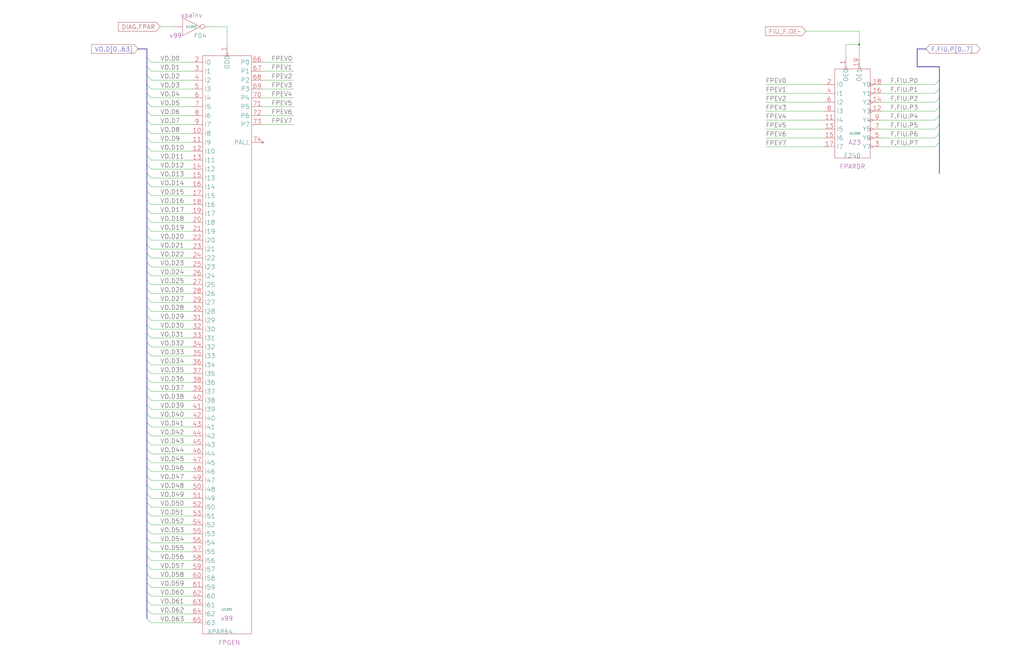
<source format=kicad_sch>
(kicad_sch (version 20220126) (generator eeschema)
  (paper "User" 584.2 378.46)
  (title_block (title "FIU BUS PARITY GENERATOR") (date "20-MAR-90") (rev "1.0") (comment 1 "FIU") (comment 2 "232-003065") (comment 3 "S400") (comment 4 "RELEASED"))
  (lib_symbols
    (symbol "r1000:F04" (pin_numbers hide) (pin_names hide)
      (property "Reference" "U" (at 0 0 0))
      (property "Value" "F04" (at 1.27 -5.08 0))
      (property "Location" "___" (at -12.7 -5.08 0))
      (property "Name" "______" (at 0 5.08 0))
      (symbol "F04_0_1"
        (polyline (pts (xy -7.62 0) (xy -5.08 0)) (stroke (width 0.1524)))
        (polyline (pts (xy -5.08 5.08) (xy -5.08 -5.08)) (stroke (width 0.1524)))
        (polyline (pts (xy 5.08 0) (xy -5.08 -5.08)) (stroke (width 0.1524)))
        (polyline (pts (xy 5.08 0) (xy -5.08 5.08)) (stroke (width 0.1524)))
        (circle (center 6.35 0) (radius 1.27) (stroke (width 0.1524)))
      )
      (symbol "F04_1_1"
        (pin input line (at -10.16 0 0) (length 2.54) (name "D0") (number "1"))
        (pin output line (at 10.16 0 180) (length 2.54) (name "Q") (number "2"))
      )
    )
    (symbol "r1000:F240" (pin_names (offset 1.016))
      (property "Reference" "U" (at 2.54 5.08 0))
      (property "Value" "F240" (at -3.81 -7.62 0))
      (property "Location" "___" (at -1.27 0 0))
      (property "Name" "______" (at 1.27 -15.24 0))
      (symbol "F240_1_1"
        (rectangle (start -8.89 41.91) (end 11.43 -8.89))
        (circle (center -2.54 42.545) (radius 0.635))
        (circle (center 5.08 42.545) (radius 0.635))
        (circle (center 12.065 -2.54) (radius 0.635))
        (circle (center 12.065 2.54) (radius 0.635))
        (circle (center 12.065 7.62) (radius 0.635))
        (circle (center 12.065 12.7) (radius 0.635))
        (circle (center 12.065 17.78) (radius 0.635))
        (circle (center 12.065 22.86) (radius 0.635))
        (circle (center 12.065 27.94) (radius 0.635))
        (circle (center 12.065 33.02) (radius 0.635))
        (pin input line (at -2.54 48.26 270) (length 5.08) (name "OE0") (number "1"))
        (pin input line (at -15.24 12.7 0) (length 6.35) (name "I4") (number "11"))
        (pin tri_state line (at 17.78 17.78 180) (length 5.08) (name "Y3") (number "12"))
        (pin input line (at -15.24 7.62 0) (length 6.35) (name "I5") (number "13"))
        (pin tri_state line (at 17.78 22.86 180) (length 5.08) (name "Y2") (number "14"))
        (pin input line (at -15.24 2.54 0) (length 6.35) (name "I6") (number "15"))
        (pin tri_state line (at 17.78 27.94 180) (length 5.08) (name "Y1") (number "16"))
        (pin input line (at -15.24 -2.54 0) (length 6.35) (name "I7") (number "17"))
        (pin tri_state line (at 17.78 33.02 180) (length 5.08) (name "Y0") (number "18"))
        (pin input line (at 5.08 48.26 270) (length 5.08) (name "OE1") (number "19"))
        (pin input line (at -15.24 33.02 0) (length 6.35) (name "I0") (number "2"))
        (pin tri_state line (at 17.78 -2.54 180) (length 5.08) (name "Y7") (number "3"))
        (pin input line (at -15.24 27.94 0) (length 6.35) (name "I1") (number "4"))
        (pin tri_state line (at 17.78 2.54 180) (length 5.08) (name "Y6") (number "5"))
        (pin input line (at -15.24 22.86 0) (length 6.35) (name "I2") (number "6"))
        (pin tri_state line (at 17.78 7.62 180) (length 5.08) (name "Y5") (number "7"))
        (pin input line (at -15.24 17.78 0) (length 6.35) (name "I3") (number "8"))
        (pin tri_state line (at 17.78 12.7 180) (length 5.08) (name "Y4") (number "9"))
      )
    )
    (symbol "r1000:XPAR64" (pin_names (offset 1.016))
      (property "Reference" "U" (at 2.54 5.08 0))
      (property "Value" "XPAR64" (at -8.89 -7.62 0))
      (property "Location" "___" (at -1.27 0 0))
      (property "Name" "______" (at 3.81 -15.24 0))
      (symbol "XPAR64_1_1"
        (rectangle (start -11.43 321.31) (end 16.51 -8.89))
        (circle (center 2.54 321.945) (radius 0.635))
        (pin input line (at 2.54 327.66 270) (length 5.08) (name "ODD") (number "1"))
        (pin input line (at -17.78 276.86 0) (length 6.35) (name "I8") (number "10"))
        (pin input line (at -17.78 271.78 0) (length 6.35) (name "I9") (number "11"))
        (pin input line (at -17.78 266.7 0) (length 6.35) (name "I10") (number "12"))
        (pin input line (at -17.78 261.62 0) (length 6.35) (name "I11") (number "13"))
        (pin input line (at -17.78 256.54 0) (length 6.35) (name "I12") (number "14"))
        (pin input line (at -17.78 251.46 0) (length 6.35) (name "I13") (number "15"))
        (pin input line (at -17.78 246.38 0) (length 6.35) (name "I14") (number "16"))
        (pin input line (at -17.78 241.3 0) (length 6.35) (name "I15") (number "17"))
        (pin input line (at -17.78 236.22 0) (length 6.35) (name "I16") (number "18"))
        (pin input line (at -17.78 231.14 0) (length 6.35) (name "I17") (number "19"))
        (pin input line (at -17.78 317.5 0) (length 6.35) (name "I0") (number "2"))
        (pin input line (at -17.78 226.06 0) (length 6.35) (name "I18") (number "20"))
        (pin input line (at -17.78 220.98 0) (length 6.35) (name "I19") (number "21"))
        (pin input line (at -17.78 215.9 0) (length 6.35) (name "I20") (number "22"))
        (pin input line (at -17.78 210.82 0) (length 6.35) (name "I21") (number "23"))
        (pin input line (at -17.78 205.74 0) (length 6.35) (name "I22") (number "24"))
        (pin input line (at -17.78 200.66 0) (length 6.35) (name "I23") (number "25"))
        (pin input line (at -17.78 195.58 0) (length 6.35) (name "I24") (number "26"))
        (pin input line (at -17.78 190.5 0) (length 6.35) (name "I25") (number "27"))
        (pin input line (at -17.78 185.42 0) (length 6.35) (name "I26") (number "28"))
        (pin input line (at -17.78 180.34 0) (length 6.35) (name "I27") (number "29"))
        (pin input line (at -17.78 312.42 0) (length 6.35) (name "I1") (number "3"))
        (pin input line (at -17.78 175.26 0) (length 6.35) (name "I28") (number "30"))
        (pin input line (at -17.78 170.18 0) (length 6.35) (name "I29") (number "31"))
        (pin input line (at -17.78 165.1 0) (length 6.35) (name "I30") (number "32"))
        (pin input line (at -17.78 160.02 0) (length 6.35) (name "I31") (number "33"))
        (pin input line (at -17.78 154.94 0) (length 6.35) (name "I32") (number "34"))
        (pin input line (at -17.78 149.86 0) (length 6.35) (name "I33") (number "35"))
        (pin input line (at -17.78 144.78 0) (length 6.35) (name "I34") (number "36"))
        (pin input line (at -17.78 139.7 0) (length 6.35) (name "I35") (number "37"))
        (pin input line (at -17.78 134.62 0) (length 6.35) (name "I36") (number "38"))
        (pin input line (at -17.78 129.54 0) (length 6.35) (name "I37") (number "39"))
        (pin input line (at -17.78 307.34 0) (length 6.35) (name "I2") (number "4"))
        (pin input line (at -17.78 124.46 0) (length 6.35) (name "I38") (number "40"))
        (pin input line (at -17.78 119.38 0) (length 6.35) (name "I39") (number "41"))
        (pin input line (at -17.78 114.3 0) (length 6.35) (name "I40") (number "42"))
        (pin input line (at -17.78 109.22 0) (length 6.35) (name "I41") (number "43"))
        (pin input line (at -17.78 104.14 0) (length 6.35) (name "I42") (number "44"))
        (pin input line (at -17.78 99.06 0) (length 6.35) (name "I43") (number "45"))
        (pin input line (at -17.78 93.98 0) (length 6.35) (name "I44") (number "46"))
        (pin input line (at -17.78 88.9 0) (length 6.35) (name "I45") (number "47"))
        (pin input line (at -17.78 83.82 0) (length 6.35) (name "I46") (number "48"))
        (pin input line (at -17.78 78.74 0) (length 6.35) (name "I47") (number "49"))
        (pin input line (at -17.78 302.26 0) (length 6.35) (name "I3") (number "5"))
        (pin input line (at -17.78 73.66 0) (length 6.35) (name "I48") (number "50"))
        (pin input line (at -17.78 68.58 0) (length 6.35) (name "I49") (number "51"))
        (pin input line (at -17.78 63.5 0) (length 6.35) (name "I50") (number "52"))
        (pin input line (at -17.78 58.42 0) (length 6.35) (name "I51") (number "53"))
        (pin input line (at -17.78 53.34 0) (length 6.35) (name "I52") (number "54"))
        (pin input line (at -17.78 48.26 0) (length 6.35) (name "I53") (number "55"))
        (pin input line (at -17.78 43.18 0) (length 6.35) (name "I54") (number "56"))
        (pin input line (at -17.78 38.1 0) (length 6.35) (name "I55") (number "57"))
        (pin input line (at -17.78 33.02 0) (length 6.35) (name "I56") (number "58"))
        (pin input line (at -17.78 27.94 0) (length 6.35) (name "I57") (number "59"))
        (pin input line (at -17.78 297.18 0) (length 6.35) (name "I4") (number "6"))
        (pin input line (at -17.78 22.86 0) (length 6.35) (name "I58") (number "60"))
        (pin input line (at -17.78 17.78 0) (length 6.35) (name "I59") (number "61"))
        (pin input line (at -17.78 12.7 0) (length 6.35) (name "I60") (number "62"))
        (pin input line (at -17.78 7.62 0) (length 6.35) (name "I61") (number "63"))
        (pin input line (at -17.78 2.54 0) (length 6.35) (name "I62") (number "64"))
        (pin input line (at -17.78 -2.54 0) (length 6.35) (name "I63") (number "65"))
        (pin output line (at 22.86 317.5 180) (length 6.35) (name "P0") (number "66"))
        (pin output line (at 22.86 312.42 180) (length 6.35) (name "P1") (number "67"))
        (pin output line (at 22.86 307.34 180) (length 6.35) (name "P2") (number "68"))
        (pin output line (at 22.86 302.26 180) (length 6.35) (name "P3") (number "69"))
        (pin input line (at -17.78 292.1 0) (length 6.35) (name "I5") (number "7"))
        (pin output line (at 22.86 297.18 180) (length 6.35) (name "P4") (number "70"))
        (pin output line (at 22.86 292.1 180) (length 6.35) (name "P5") (number "71"))
        (pin output line (at 22.86 287.02 180) (length 6.35) (name "P6") (number "72"))
        (pin output line (at 22.86 281.94 180) (length 6.35) (name "P7") (number "73"))
        (pin output line (at 22.86 271.78 180) (length 6.35) (name "PALL") (number "74"))
        (pin input line (at -17.78 287.02 0) (length 6.35) (name "I6") (number "8"))
        (pin input line (at -17.78 281.94 0) (length 6.35) (name "I7") (number "9"))
      )
    )
  )
  (bus (pts (xy 523.24 27.94) (xy 528.32 27.94)))
  (bus (pts (xy 523.24 38.1) (xy 523.24 27.94)))
  (bus (pts (xy 535.94 38.1) (xy 523.24 38.1)))
  (bus (pts (xy 535.94 38.1) (xy 535.94 45.72)))
  (bus (pts (xy 535.94 45.72) (xy 535.94 50.8)))
  (bus (pts (xy 535.94 50.8) (xy 535.94 55.88)))
  (bus (pts (xy 535.94 55.88) (xy 535.94 60.96)))
  (bus (pts (xy 535.94 60.96) (xy 535.94 66.04)))
  (bus (pts (xy 535.94 66.04) (xy 535.94 71.12)))
  (bus (pts (xy 535.94 71.12) (xy 535.94 76.2)))
  (bus (pts (xy 535.94 76.2) (xy 535.94 81.28)))
  (bus (pts (xy 535.94 81.28) (xy 535.94 99.06)))
  (bus (pts (xy 78.74 27.94) (xy 83.82 27.94)))
  (bus (pts (xy 83.82 104.14) (xy 83.82 109.22)))
  (bus (pts (xy 83.82 109.22) (xy 83.82 114.3)))
  (bus (pts (xy 83.82 114.3) (xy 83.82 119.38)))
  (bus (pts (xy 83.82 119.38) (xy 83.82 124.46)))
  (bus (pts (xy 83.82 124.46) (xy 83.82 129.54)))
  (bus (pts (xy 83.82 129.54) (xy 83.82 134.62)))
  (bus (pts (xy 83.82 134.62) (xy 83.82 139.7)))
  (bus (pts (xy 83.82 139.7) (xy 83.82 144.78)))
  (bus (pts (xy 83.82 144.78) (xy 83.82 149.86)))
  (bus (pts (xy 83.82 149.86) (xy 83.82 154.94)))
  (bus (pts (xy 83.82 154.94) (xy 83.82 160.02)))
  (bus (pts (xy 83.82 160.02) (xy 83.82 165.1)))
  (bus (pts (xy 83.82 165.1) (xy 83.82 170.18)))
  (bus (pts (xy 83.82 170.18) (xy 83.82 175.26)))
  (bus (pts (xy 83.82 175.26) (xy 83.82 180.34)))
  (bus (pts (xy 83.82 180.34) (xy 83.82 185.42)))
  (bus (pts (xy 83.82 185.42) (xy 83.82 190.5)))
  (bus (pts (xy 83.82 190.5) (xy 83.82 195.58)))
  (bus (pts (xy 83.82 195.58) (xy 83.82 200.66)))
  (bus (pts (xy 83.82 200.66) (xy 83.82 205.74)))
  (bus (pts (xy 83.82 205.74) (xy 83.82 210.82)))
  (bus (pts (xy 83.82 210.82) (xy 83.82 215.9)))
  (bus (pts (xy 83.82 215.9) (xy 83.82 220.98)))
  (bus (pts (xy 83.82 220.98) (xy 83.82 226.06)))
  (bus (pts (xy 83.82 226.06) (xy 83.82 231.14)))
  (bus (pts (xy 83.82 231.14) (xy 83.82 236.22)))
  (bus (pts (xy 83.82 236.22) (xy 83.82 241.3)))
  (bus (pts (xy 83.82 241.3) (xy 83.82 246.38)))
  (bus (pts (xy 83.82 246.38) (xy 83.82 251.46)))
  (bus (pts (xy 83.82 251.46) (xy 83.82 256.54)))
  (bus (pts (xy 83.82 256.54) (xy 83.82 261.62)))
  (bus (pts (xy 83.82 261.62) (xy 83.82 266.7)))
  (bus (pts (xy 83.82 266.7) (xy 83.82 271.78)))
  (bus (pts (xy 83.82 27.94) (xy 83.82 33.02)))
  (bus (pts (xy 83.82 271.78) (xy 83.82 276.86)))
  (bus (pts (xy 83.82 276.86) (xy 83.82 281.94)))
  (bus (pts (xy 83.82 281.94) (xy 83.82 287.02)))
  (bus (pts (xy 83.82 287.02) (xy 83.82 292.1)))
  (bus (pts (xy 83.82 292.1) (xy 83.82 297.18)))
  (bus (pts (xy 83.82 297.18) (xy 83.82 302.26)))
  (bus (pts (xy 83.82 302.26) (xy 83.82 307.34)))
  (bus (pts (xy 83.82 307.34) (xy 83.82 312.42)))
  (bus (pts (xy 83.82 312.42) (xy 83.82 317.5)))
  (bus (pts (xy 83.82 317.5) (xy 83.82 322.58)))
  (bus (pts (xy 83.82 322.58) (xy 83.82 327.66)))
  (bus (pts (xy 83.82 327.66) (xy 83.82 332.74)))
  (bus (pts (xy 83.82 33.02) (xy 83.82 38.1)))
  (bus (pts (xy 83.82 332.74) (xy 83.82 337.82)))
  (bus (pts (xy 83.82 337.82) (xy 83.82 342.9)))
  (bus (pts (xy 83.82 342.9) (xy 83.82 347.98)))
  (bus (pts (xy 83.82 347.98) (xy 83.82 353.06)))
  (bus (pts (xy 83.82 38.1) (xy 83.82 43.18)))
  (bus (pts (xy 83.82 43.18) (xy 83.82 48.26)))
  (bus (pts (xy 83.82 48.26) (xy 83.82 53.34)))
  (bus (pts (xy 83.82 53.34) (xy 83.82 58.42)))
  (bus (pts (xy 83.82 58.42) (xy 83.82 63.5)))
  (bus (pts (xy 83.82 63.5) (xy 83.82 68.58)))
  (bus (pts (xy 83.82 68.58) (xy 83.82 73.66)))
  (bus (pts (xy 83.82 73.66) (xy 83.82 78.74)))
  (bus (pts (xy 83.82 78.74) (xy 83.82 83.82)))
  (bus (pts (xy 83.82 83.82) (xy 83.82 88.9)))
  (bus (pts (xy 83.82 88.9) (xy 83.82 93.98)))
  (bus (pts (xy 83.82 93.98) (xy 83.82 99.06)))
  (bus (pts (xy 83.82 99.06) (xy 83.82 104.14)))
  (wire (pts (xy 119.38 15.24) (xy 129.54 15.24)))
  (wire (pts (xy 129.54 15.24) (xy 129.54 25.4)))
  (wire (pts (xy 149.86 35.56) (xy 167.64 35.56)))
  (wire (pts (xy 149.86 40.64) (xy 167.64 40.64)))
  (wire (pts (xy 149.86 45.72) (xy 167.64 45.72)))
  (wire (pts (xy 149.86 50.8) (xy 167.64 50.8)))
  (wire (pts (xy 149.86 55.88) (xy 167.64 55.88)))
  (wire (pts (xy 149.86 60.96) (xy 167.64 60.96)))
  (wire (pts (xy 149.86 66.04) (xy 167.64 66.04)))
  (wire (pts (xy 149.86 71.12) (xy 167.64 71.12)))
  (wire (pts (xy 436.88 48.26) (xy 469.9 48.26)))
  (wire (pts (xy 436.88 53.34) (xy 469.9 53.34)))
  (wire (pts (xy 436.88 58.42) (xy 469.9 58.42)))
  (wire (pts (xy 436.88 63.5) (xy 469.9 63.5)))
  (wire (pts (xy 436.88 68.58) (xy 469.9 68.58)))
  (wire (pts (xy 436.88 73.66) (xy 469.9 73.66)))
  (wire (pts (xy 436.88 78.74) (xy 469.9 78.74)))
  (wire (pts (xy 436.88 83.82) (xy 469.9 83.82)))
  (wire (pts (xy 482.6 25.4) (xy 490.22 25.4)))
  (wire (pts (xy 482.6 33.02) (xy 482.6 25.4)))
  (wire (pts (xy 490.22 17.78) (xy 459.74 17.78)))
  (wire (pts (xy 490.22 25.4) (xy 490.22 17.78)))
  (wire (pts (xy 490.22 33.02) (xy 490.22 25.4)))
  (wire (pts (xy 502.92 48.26) (xy 533.4 48.26)))
  (wire (pts (xy 502.92 53.34) (xy 533.4 53.34)))
  (wire (pts (xy 502.92 58.42) (xy 533.4 58.42)))
  (wire (pts (xy 502.92 63.5) (xy 533.4 63.5)))
  (wire (pts (xy 502.92 68.58) (xy 533.4 68.58)))
  (wire (pts (xy 502.92 73.66) (xy 533.4 73.66)))
  (wire (pts (xy 502.92 78.74) (xy 533.4 78.74)))
  (wire (pts (xy 502.92 83.82) (xy 533.4 83.82)))
  (wire (pts (xy 86.36 101.6) (xy 109.22 101.6)))
  (wire (pts (xy 86.36 106.68) (xy 109.22 106.68)))
  (wire (pts (xy 86.36 111.76) (xy 109.22 111.76)))
  (wire (pts (xy 86.36 116.84) (xy 109.22 116.84)))
  (wire (pts (xy 86.36 121.92) (xy 109.22 121.92)))
  (wire (pts (xy 86.36 127) (xy 109.22 127)))
  (wire (pts (xy 86.36 132.08) (xy 109.22 132.08)))
  (wire (pts (xy 86.36 137.16) (xy 109.22 137.16)))
  (wire (pts (xy 86.36 142.24) (xy 109.22 142.24)))
  (wire (pts (xy 86.36 147.32) (xy 109.22 147.32)))
  (wire (pts (xy 86.36 152.4) (xy 109.22 152.4)))
  (wire (pts (xy 86.36 157.48) (xy 109.22 157.48)))
  (wire (pts (xy 86.36 162.56) (xy 109.22 162.56)))
  (wire (pts (xy 86.36 167.64) (xy 109.22 167.64)))
  (wire (pts (xy 86.36 172.72) (xy 109.22 172.72)))
  (wire (pts (xy 86.36 177.8) (xy 109.22 177.8)))
  (wire (pts (xy 86.36 182.88) (xy 109.22 182.88)))
  (wire (pts (xy 86.36 187.96) (xy 109.22 187.96)))
  (wire (pts (xy 86.36 193.04) (xy 109.22 193.04)))
  (wire (pts (xy 86.36 198.12) (xy 109.22 198.12)))
  (wire (pts (xy 86.36 203.2) (xy 109.22 203.2)))
  (wire (pts (xy 86.36 208.28) (xy 109.22 208.28)))
  (wire (pts (xy 86.36 213.36) (xy 109.22 213.36)))
  (wire (pts (xy 86.36 218.44) (xy 109.22 218.44)))
  (wire (pts (xy 86.36 223.52) (xy 109.22 223.52)))
  (wire (pts (xy 86.36 228.6) (xy 109.22 228.6)))
  (wire (pts (xy 86.36 233.68) (xy 109.22 233.68)))
  (wire (pts (xy 86.36 238.76) (xy 109.22 238.76)))
  (wire (pts (xy 86.36 243.84) (xy 109.22 243.84)))
  (wire (pts (xy 86.36 248.92) (xy 109.22 248.92)))
  (wire (pts (xy 86.36 254) (xy 109.22 254)))
  (wire (pts (xy 86.36 259.08) (xy 109.22 259.08)))
  (wire (pts (xy 86.36 264.16) (xy 109.22 264.16)))
  (wire (pts (xy 86.36 269.24) (xy 109.22 269.24)))
  (wire (pts (xy 86.36 274.32) (xy 109.22 274.32)))
  (wire (pts (xy 86.36 279.4) (xy 109.22 279.4)))
  (wire (pts (xy 86.36 284.48) (xy 109.22 284.48)))
  (wire (pts (xy 86.36 289.56) (xy 109.22 289.56)))
  (wire (pts (xy 86.36 294.64) (xy 109.22 294.64)))
  (wire (pts (xy 86.36 299.72) (xy 109.22 299.72)))
  (wire (pts (xy 86.36 304.8) (xy 109.22 304.8)))
  (wire (pts (xy 86.36 309.88) (xy 109.22 309.88)))
  (wire (pts (xy 86.36 314.96) (xy 109.22 314.96)))
  (wire (pts (xy 86.36 320.04) (xy 109.22 320.04)))
  (wire (pts (xy 86.36 325.12) (xy 109.22 325.12)))
  (wire (pts (xy 86.36 330.2) (xy 109.22 330.2)))
  (wire (pts (xy 86.36 335.28) (xy 109.22 335.28)))
  (wire (pts (xy 86.36 340.36) (xy 109.22 340.36)))
  (wire (pts (xy 86.36 345.44) (xy 109.22 345.44)))
  (wire (pts (xy 86.36 35.56) (xy 109.22 35.56)))
  (wire (pts (xy 86.36 350.52) (xy 109.22 350.52)))
  (wire (pts (xy 86.36 355.6) (xy 109.22 355.6)))
  (wire (pts (xy 86.36 40.64) (xy 109.22 40.64)))
  (wire (pts (xy 86.36 45.72) (xy 109.22 45.72)))
  (wire (pts (xy 86.36 50.8) (xy 109.22 50.8)))
  (wire (pts (xy 86.36 55.88) (xy 109.22 55.88)))
  (wire (pts (xy 86.36 60.96) (xy 109.22 60.96)))
  (wire (pts (xy 86.36 66.04) (xy 109.22 66.04)))
  (wire (pts (xy 86.36 71.12) (xy 109.22 71.12)))
  (wire (pts (xy 86.36 76.2) (xy 109.22 76.2)))
  (wire (pts (xy 86.36 81.28) (xy 109.22 81.28)))
  (wire (pts (xy 86.36 86.36) (xy 109.22 86.36)))
  (wire (pts (xy 86.36 91.44) (xy 109.22 91.44)))
  (wire (pts (xy 86.36 96.52) (xy 109.22 96.52)))
  (wire (pts (xy 91.44 15.24) (xy 99.06 15.24)))
  (global_label "VO.D[0..63]" (shape input) (at 78.74 27.94 180) (effects (font (size 2.54 2.54))) (property "Intersheet References" "${INTERSHEET_REFS}" (at 52.454 27.7813 0) (effects (font (size 1.905 1.905)) (justify right))))
  (bus_entry (at 83.82 33.02) (size 2.54 2.54))
  (bus_entry (at 83.82 38.1) (size 2.54 2.54))
  (bus_entry (at 83.82 43.18) (size 2.54 2.54))
  (bus_entry (at 83.82 48.26) (size 2.54 2.54))
  (bus_entry (at 83.82 53.34) (size 2.54 2.54))
  (bus_entry (at 83.82 58.42) (size 2.54 2.54))
  (bus_entry (at 83.82 63.5) (size 2.54 2.54))
  (bus_entry (at 83.82 68.58) (size 2.54 2.54))
  (bus_entry (at 83.82 73.66) (size 2.54 2.54))
  (bus_entry (at 83.82 78.74) (size 2.54 2.54))
  (bus_entry (at 83.82 83.82) (size 2.54 2.54))
  (bus_entry (at 83.82 88.9) (size 2.54 2.54))
  (bus_entry (at 83.82 93.98) (size 2.54 2.54))
  (bus_entry (at 83.82 99.06) (size 2.54 2.54))
  (bus_entry (at 83.82 104.14) (size 2.54 2.54))
  (bus_entry (at 83.82 109.22) (size 2.54 2.54))
  (bus_entry (at 83.82 114.3) (size 2.54 2.54))
  (bus_entry (at 83.82 119.38) (size 2.54 2.54))
  (bus_entry (at 83.82 124.46) (size 2.54 2.54))
  (bus_entry (at 83.82 129.54) (size 2.54 2.54))
  (bus_entry (at 83.82 134.62) (size 2.54 2.54))
  (bus_entry (at 83.82 139.7) (size 2.54 2.54))
  (bus_entry (at 83.82 144.78) (size 2.54 2.54))
  (bus_entry (at 83.82 149.86) (size 2.54 2.54))
  (bus_entry (at 83.82 154.94) (size 2.54 2.54))
  (bus_entry (at 83.82 160.02) (size 2.54 2.54))
  (bus_entry (at 83.82 165.1) (size 2.54 2.54))
  (bus_entry (at 83.82 170.18) (size 2.54 2.54))
  (bus_entry (at 83.82 175.26) (size 2.54 2.54))
  (bus_entry (at 83.82 180.34) (size 2.54 2.54))
  (bus_entry (at 83.82 185.42) (size 2.54 2.54))
  (bus_entry (at 83.82 190.5) (size 2.54 2.54))
  (bus_entry (at 83.82 195.58) (size 2.54 2.54))
  (bus_entry (at 83.82 200.66) (size 2.54 2.54))
  (bus_entry (at 83.82 205.74) (size 2.54 2.54))
  (bus_entry (at 83.82 210.82) (size 2.54 2.54))
  (bus_entry (at 83.82 215.9) (size 2.54 2.54))
  (bus_entry (at 83.82 220.98) (size 2.54 2.54))
  (bus_entry (at 83.82 226.06) (size 2.54 2.54))
  (bus_entry (at 83.82 231.14) (size 2.54 2.54))
  (bus_entry (at 83.82 236.22) (size 2.54 2.54))
  (bus_entry (at 83.82 241.3) (size 2.54 2.54))
  (bus_entry (at 83.82 246.38) (size 2.54 2.54))
  (bus_entry (at 83.82 251.46) (size 2.54 2.54))
  (bus_entry (at 83.82 256.54) (size 2.54 2.54))
  (bus_entry (at 83.82 261.62) (size 2.54 2.54))
  (bus_entry (at 83.82 266.7) (size 2.54 2.54))
  (bus_entry (at 83.82 271.78) (size 2.54 2.54))
  (bus_entry (at 83.82 276.86) (size 2.54 2.54))
  (bus_entry (at 83.82 281.94) (size 2.54 2.54))
  (bus_entry (at 83.82 287.02) (size 2.54 2.54))
  (bus_entry (at 83.82 292.1) (size 2.54 2.54))
  (bus_entry (at 83.82 297.18) (size 2.54 2.54))
  (bus_entry (at 83.82 302.26) (size 2.54 2.54))
  (bus_entry (at 83.82 307.34) (size 2.54 2.54))
  (bus_entry (at 83.82 312.42) (size 2.54 2.54))
  (bus_entry (at 83.82 317.5) (size 2.54 2.54))
  (bus_entry (at 83.82 322.58) (size 2.54 2.54))
  (bus_entry (at 83.82 327.66) (size 2.54 2.54))
  (bus_entry (at 83.82 332.74) (size 2.54 2.54))
  (bus_entry (at 83.82 337.82) (size 2.54 2.54))
  (bus_entry (at 83.82 342.9) (size 2.54 2.54))
  (bus_entry (at 83.82 347.98) (size 2.54 2.54))
  (bus_entry (at 83.82 353.06) (size 2.54 2.54))
  (global_label "DIAG.FPAR" (shape input) (at 91.44 15.24 180) (effects (font (size 2.54 2.54))) (property "Intersheet References" "${INTERSHEET_REFS}" (at 67.5035 15.0813 0) (effects (font (size 1.905 1.905)) (justify right))))
  (label "VO.D0" (at 91.44 35.56 0) (effects (font (size 2.54 2.54))))
  (label "VO.D1" (at 91.44 40.64 0) (effects (font (size 2.54 2.54))))
  (label "VO.D2" (at 91.44 45.72 0) (effects (font (size 2.54 2.54))))
  (label "VO.D3" (at 91.44 50.8 0) (effects (font (size 2.54 2.54))))
  (label "VO.D4" (at 91.44 55.88 0) (effects (font (size 2.54 2.54))))
  (label "VO.D5" (at 91.44 60.96 0) (effects (font (size 2.54 2.54))))
  (label "VO.D6" (at 91.44 66.04 0) (effects (font (size 2.54 2.54))))
  (label "VO.D7" (at 91.44 71.12 0) (effects (font (size 2.54 2.54))))
  (label "VO.D8" (at 91.44 76.2 0) (effects (font (size 2.54 2.54))))
  (label "VO.D9" (at 91.44 81.28 0) (effects (font (size 2.54 2.54))))
  (label "VO.D10" (at 91.44 86.36 0) (effects (font (size 2.54 2.54))))
  (label "VO.D11" (at 91.44 91.44 0) (effects (font (size 2.54 2.54))))
  (label "VO.D12" (at 91.44 96.52 0) (effects (font (size 2.54 2.54))))
  (label "VO.D13" (at 91.44 101.6 0) (effects (font (size 2.54 2.54))))
  (label "VO.D14" (at 91.44 106.68 0) (effects (font (size 2.54 2.54))))
  (label "VO.D15" (at 91.44 111.76 0) (effects (font (size 2.54 2.54))))
  (label "VO.D16" (at 91.44 116.84 0) (effects (font (size 2.54 2.54))))
  (label "VO.D17" (at 91.44 121.92 0) (effects (font (size 2.54 2.54))))
  (label "VO.D18" (at 91.44 127 0) (effects (font (size 2.54 2.54))))
  (label "VO.D19" (at 91.44 132.08 0) (effects (font (size 2.54 2.54))))
  (label "VO.D20" (at 91.44 137.16 0) (effects (font (size 2.54 2.54))))
  (label "VO.D21" (at 91.44 142.24 0) (effects (font (size 2.54 2.54))))
  (label "VO.D22" (at 91.44 147.32 0) (effects (font (size 2.54 2.54))))
  (label "VO.D23" (at 91.44 152.4 0) (effects (font (size 2.54 2.54))))
  (label "VO.D24" (at 91.44 157.48 0) (effects (font (size 2.54 2.54))))
  (label "VO.D25" (at 91.44 162.56 0) (effects (font (size 2.54 2.54))))
  (label "VO.D26" (at 91.44 167.64 0) (effects (font (size 2.54 2.54))))
  (label "VO.D27" (at 91.44 172.72 0) (effects (font (size 2.54 2.54))))
  (label "VO.D28" (at 91.44 177.8 0) (effects (font (size 2.54 2.54))))
  (label "VO.D29" (at 91.44 182.88 0) (effects (font (size 2.54 2.54))))
  (label "VO.D30" (at 91.44 187.96 0) (effects (font (size 2.54 2.54))))
  (label "VO.D31" (at 91.44 193.04 0) (effects (font (size 2.54 2.54))))
  (label "VO.D32" (at 91.44 198.12 0) (effects (font (size 2.54 2.54))))
  (label "VO.D33" (at 91.44 203.2 0) (effects (font (size 2.54 2.54))))
  (label "VO.D34" (at 91.44 208.28 0) (effects (font (size 2.54 2.54))))
  (label "VO.D35" (at 91.44 213.36 0) (effects (font (size 2.54 2.54))))
  (label "VO.D36" (at 91.44 218.44 0) (effects (font (size 2.54 2.54))))
  (label "VO.D37" (at 91.44 223.52 0) (effects (font (size 2.54 2.54))))
  (label "VO.D38" (at 91.44 228.6 0) (effects (font (size 2.54 2.54))))
  (label "VO.D39" (at 91.44 233.68 0) (effects (font (size 2.54 2.54))))
  (label "VO.D40" (at 91.44 238.76 0) (effects (font (size 2.54 2.54))))
  (label "VO.D41" (at 91.44 243.84 0) (effects (font (size 2.54 2.54))))
  (label "VO.D42" (at 91.44 248.92 0) (effects (font (size 2.54 2.54))))
  (label "VO.D43" (at 91.44 254 0) (effects (font (size 2.54 2.54))))
  (label "VO.D44" (at 91.44 259.08 0) (effects (font (size 2.54 2.54))))
  (label "VO.D45" (at 91.44 264.16 0) (effects (font (size 2.54 2.54))))
  (label "VO.D46" (at 91.44 269.24 0) (effects (font (size 2.54 2.54))))
  (label "VO.D47" (at 91.44 274.32 0) (effects (font (size 2.54 2.54))))
  (label "VO.D48" (at 91.44 279.4 0) (effects (font (size 2.54 2.54))))
  (label "VO.D49" (at 91.44 284.48 0) (effects (font (size 2.54 2.54))))
  (label "VO.D50" (at 91.44 289.56 0) (effects (font (size 2.54 2.54))))
  (label "VO.D51" (at 91.44 294.64 0) (effects (font (size 2.54 2.54))))
  (label "VO.D52" (at 91.44 299.72 0) (effects (font (size 2.54 2.54))))
  (label "VO.D53" (at 91.44 304.8 0) (effects (font (size 2.54 2.54))))
  (label "VO.D54" (at 91.44 309.88 0) (effects (font (size 2.54 2.54))))
  (label "VO.D55" (at 91.44 314.96 0) (effects (font (size 2.54 2.54))))
  (label "VO.D56" (at 91.44 320.04 0) (effects (font (size 2.54 2.54))))
  (label "VO.D57" (at 91.44 325.12 0) (effects (font (size 2.54 2.54))))
  (label "VO.D58" (at 91.44 330.2 0) (effects (font (size 2.54 2.54))))
  (label "VO.D59" (at 91.44 335.28 0) (effects (font (size 2.54 2.54))))
  (label "VO.D60" (at 91.44 340.36 0) (effects (font (size 2.54 2.54))))
  (label "VO.D61" (at 91.44 345.44 0) (effects (font (size 2.54 2.54))))
  (label "VO.D62" (at 91.44 350.52 0) (effects (font (size 2.54 2.54))))
  (label "VO.D63" (at 91.44 355.6 0) (effects (font (size 2.54 2.54))))
  (symbol (lib_id "r1000:F04") (at 109.22 15.24 0) (unit 1)
    (property "Reference" "U1202" (at 109.22 15.24 0))
    (property "Value" "F04" (at 110.49 20.32 0) (effects (font (size 2.54 2.54)) (justify left)))
    (property "Location" "x99" (at 96.52 20.32 0) (effects (font (size 2.54 2.54)) (justify left)))
    (property "Name" "xpainv" (at 109.22 10.16 0) (effects (font (size 2.54 2.54)) (justify bottom)))
  )
  (symbol (lib_id "r1000:XPAR64") (at 127 353.06 0) (unit 1)
    (property "Reference" "U1201" (at 129.54 347.98 0))
    (property "Value" "XPAR64" (at 118.11 360.68 0) (effects (font (size 2.54 2.54)) (justify left)))
    (property "Location" "x99" (at 125.73 353.06 0) (effects (font (size 2.54 2.54)) (justify left)))
    (property "Name" "FPGEN" (at 130.81 368.3 0) (effects (font (size 2.54 2.54)) (justify bottom)))
  )
  (no_connect (at 149.86 81.28))
  (label "FPEV0" (at 154.94 35.56 0) (effects (font (size 2.54 2.54))))
  (label "FPEV1" (at 154.94 40.64 0) (effects (font (size 2.54 2.54))))
  (label "FPEV2" (at 154.94 45.72 0) (effects (font (size 2.54 2.54))))
  (label "FPEV3" (at 154.94 50.8 0) (effects (font (size 2.54 2.54))))
  (label "FPEV4" (at 154.94 55.88 0) (effects (font (size 2.54 2.54))))
  (label "FPEV5" (at 154.94 60.96 0) (effects (font (size 2.54 2.54))))
  (label "FPEV6" (at 154.94 66.04 0) (effects (font (size 2.54 2.54))))
  (label "FPEV7" (at 154.94 71.12 0) (effects (font (size 2.54 2.54))))
  (label "FPEV0" (at 436.88 48.26 0) (effects (font (size 2.54 2.54))))
  (label "FPEV1" (at 436.88 53.34 0) (effects (font (size 2.54 2.54))))
  (label "FPEV2" (at 436.88 58.42 0) (effects (font (size 2.54 2.54))))
  (label "FPEV3" (at 436.88 63.5 0) (effects (font (size 2.54 2.54))))
  (label "FPEV4" (at 436.88 68.58 0) (effects (font (size 2.54 2.54))))
  (label "FPEV5" (at 436.88 73.66 0) (effects (font (size 2.54 2.54))))
  (label "FPEV6" (at 436.88 78.74 0) (effects (font (size 2.54 2.54))))
  (label "FPEV7" (at 436.88 83.82 0) (effects (font (size 2.54 2.54))))
  (global_label "FIU_F.OE~" (shape input) (at 459.74 17.78 180) (effects (font (size 2.54 2.54))) (property "Intersheet References" "${INTERSHEET_REFS}" (at 436.7711 17.6213 0) (effects (font (size 1.905 1.905)) (justify right))))
  (symbol (lib_id "r1000:F240") (at 485.14 81.28 0) (unit 1)
    (property "Reference" "U1209" (at 487.68 76.2 0))
    (property "Value" "F240" (at 481.33 88.9 0) (effects (font (size 2.54 2.54)) (justify left)))
    (property "Location" "A23" (at 483.87 81.28 0) (effects (font (size 2.54 2.54)) (justify left)))
    (property "Name" "FPARDR" (at 486.41 96.52 0) (effects (font (size 2.54 2.54)) (justify bottom)))
  )
  (junction (at 490.22 25.4))
  (label "F.FIU.P0" (at 508 48.26 0) (effects (font (size 2.54 2.54))))
  (label "F.FIU.P1" (at 508 53.34 0) (effects (font (size 2.54 2.54))))
  (label "F.FIU.P2" (at 508 58.42 0) (effects (font (size 2.54 2.54))))
  (label "F.FIU.P3" (at 508 63.5 0) (effects (font (size 2.54 2.54))))
  (label "F.FIU.P4" (at 508 68.58 0) (effects (font (size 2.54 2.54))))
  (label "F.FIU.P5" (at 508 73.66 0) (effects (font (size 2.54 2.54))))
  (label "F.FIU.P6" (at 508 78.74 0) (effects (font (size 2.54 2.54))))
  (label "F.FIU.P7" (at 508 83.82 0) (effects (font (size 2.54 2.54))))
  (global_label "F.FIU.P[0..7]" (shape bidirectional) (at 528.32 27.94 0) (effects (font (size 2.54 2.54))) (property "Intersheet References" "${INTERSHEET_REFS}" (at 556.9736 27.7813 0) (effects (font (size 1.905 1.905)) (justify left))))
  (bus_entry (at 535.94 45.72) (size -2.54 2.54))
  (bus_entry (at 535.94 50.8) (size -2.54 2.54))
  (bus_entry (at 535.94 55.88) (size -2.54 2.54))
  (bus_entry (at 535.94 60.96) (size -2.54 2.54))
  (bus_entry (at 535.94 66.04) (size -2.54 2.54))
  (bus_entry (at 535.94 71.12) (size -2.54 2.54))
  (bus_entry (at 535.94 76.2) (size -2.54 2.54))
  (bus_entry (at 535.94 81.28) (size -2.54 2.54))
)
</source>
